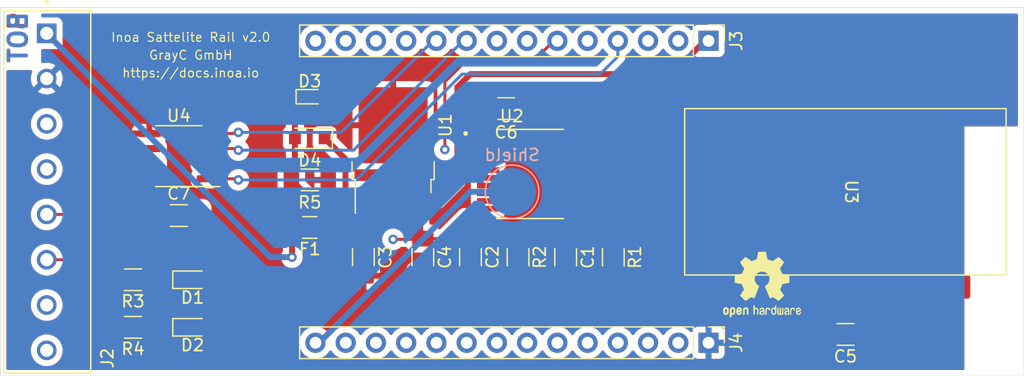
<source format=kicad_pcb>
(kicad_pcb (version 20211014) (generator pcbnew)
  (title_block (date "2021-12-14") (rev "2.0") (company "GrayC GmbH") (comment 1 "PCB 86mmx13mm"))
  (layers (0 "F.Cu" signal) (31 "B.Cu" signal) (34 "B.Paste" user) (35 "F.Paste" user) (36 "B.SilkS" user "B.Silkscreen") (37 "F.SilkS" user "F.Silkscreen") (38 "B.Mask" user) (39 "F.Mask" user) (44 "Edge.Cuts" user))
  (net 0 "")
  (net 1 "GND")
  (net 2 "Net-(C3-Pad1)")
  (net 3 "+3V3")
  (net 4 "Net-(D1-Pad1)")
  (net 5 "VCC")
  (net 6 "GNDPWR")
  (net 7 "Net-(D3-Pad1)")
  (net 8 "Net-(D2-Pad1)")
  (net 13 "SW0")
  (net 14 "SW1")
  (net 15 "RS485_0_B")
  (net 16 "RS485_0_A")
  (net 17 "RS485_0_TX")
  (net 18 "RS485_0_TXE")
  (net 19 "RS485_0_RX")
  (net 20 "S0_0")
  (net 21 "WMBus_ANT")
  (net 22 "WMBus_UTXD")
  (net 23 "S0_1")
  (net 24 "RS485_1_B")
  (net 25 "RS485_1_A")
  (net 26 "RS485_1_RX")
  (net 27 "RS485_1_TX")
  (net 28 "RS485_1_TXE")
  (net 29 "I2C_SDA")
  (net 30 "I2C_SCL")
  (net 32 "S0_INT")
  (net 48 "WMBus_URXD")
  (net 49 "WMBus_RTS")
  (footprint "Capacitor_SMD:C_1206_3216Metric_Pad1.33x1.80mm_HandSolder" (layer "F.Cu") (at 130.5 101 -90)
    (fp_text reference "C3" (at 0 -1.85 90) (layer "F.SilkS"))
    (fp_text value "100nF / 35V")
    (pad "1" smd roundrect locked (at -1.5625 0 270) (size 1.325 1.8) (layers "F.Cu" "F.Paste" "F.Mask") (roundrect_rratio 0.188679) (net 2 "Net-(C3-Pad1)"))
    (pad "2" smd roundrect locked (at 1.5625 0 270) (size 1.325 1.8) (layers "F.Cu" "F.Paste" "F.Mask") (roundrect_rratio 0.188679) (net 1 "GND"))
  )
  (footprint "Capacitor_SMD:C_1206_3216Metric_Pad1.33x1.80mm_HandSolder" (layer "F.Cu") (at 135.5 101 -90)
    (fp_text reference "C4" (at 0 -1.85 90) (layer "F.SilkS"))
    (fp_text value "100nF")
    (pad "1" smd roundrect locked (at -1.5625 0 270) (size 1.325 1.8) (layers "F.Cu" "F.Paste" "F.Mask") (roundrect_rratio 0.188679) (net 3 "+3V3"))
    (pad "2" smd roundrect locked (at 1.5625 0 270) (size 1.325 1.8) (layers "F.Cu" "F.Paste" "F.Mask") (roundrect_rratio 0.188679) (net 1 "GND"))
  )
  (footprint "Fuse:Fuse_1206_3216Metric_Pad1.42x1.75mm_HandSolder" (layer "F.Cu") (at 126 98.5 180)
    (fp_text reference "F1" (at 0 -1.82) (layer "F.SilkS"))
    (fp_text value "25V/1A")
    (pad "1" smd roundrect locked (at -1.4875 0 180) (size 1.425 1.75) (layers "F.Cu" "F.Paste" "F.Mask") (roundrect_rratio 0.175439) (net 7 "Net-(D3-Pad1)"))
    (pad "2" smd roundrect locked (at 1.4875 0 180) (size 1.425 1.75) (layers "F.Cu" "F.Paste" "F.Mask") (roundrect_rratio 0.175439) (net 5 "VCC"))
  )
  (footprint "Resistor_SMD:R_1206_3216Metric_Pad1.30x1.75mm_HandSolder" (layer "F.Cu") (at 126 94.5)
    (fp_text reference "R5" (at 0 1.9) (layer "F.SilkS"))
    (fp_text value "10k")
    (pad "1" smd roundrect locked (at -1.55 0) (size 1.3 1.75) (layers "F.Cu" "F.Paste" "F.Mask") (roundrect_rratio 0.192308) (net 7 "Net-(D3-Pad1)"))
    (pad "2" smd roundrect locked (at 1.55 0) (size 1.3 1.75) (layers "F.Cu" "F.Paste" "F.Mask") (roundrect_rratio 0.192308) (net 1 "GND"))
  )
  (footprint "Package_TO_SOT_SMD:TO-252-3_TabPin2" (layer "F.Cu") (at 133 92 90)
    (fp_text reference "U1" (at 2.1 4.4 90) (layer "F.SilkS"))
    (fp_text value "BA033CC0FP-E2")
    (pad "1" smd rect locked (at -4.2 -2.28 90) (size 2.2 1.2) (layers "F.Cu" "F.Paste" "F.Mask") (net 2 "Net-(C3-Pad1)"))
    (pad "2" smd rect locked (at 2.1 0 90) (size 6.4 5.8) (layers "F.Cu" "F.Mask") (net 1 "GND"))
    (pad "2" smd rect locked (at -4.2 0 90) (size 2.2 1.2) (layers "F.Cu" "F.Paste" "F.Mask") (net 1 "GND"))
    (pad "3" smd rect locked (at -4.2 2.28 90) (size 2.2 1.2) (layers "F.Cu" "F.Paste" "F.Mask") (net 3 "+3V3"))
  )
  (footprint "footprints:PHOENIX_1727078" (layer "F.Cu") (at 103.9 95.5 -90)
    (fp_text reference "J2" (at 14 -5.1 90) (layer "F.SilkS"))
    (fp_text value "South")
    (pad "1" thru_hole rect locked (at -13.335 0 270) (size 1.65 1.65) (drill 1.1) (layers *.Cu *.Mask) (net 5 "VCC"))
    (pad "2" thru_hole circle locked (at -9.525 0 270) (size 1.65 1.65) (drill 1.1) (layers *.Cu *.Mask) (net 1 "GND"))
    (pad "3" thru_hole circle locked (at -5.715 0 270) (size 1.65 1.65) (drill 1.1) (layers *.Cu *.Mask) (net 6 "GNDPWR"))
    (pad "4" thru_hole circle locked (at -1.905 0 270) (size 1.65 1.65) (drill 1.1) (layers *.Cu *.Mask) (net 6 "GNDPWR"))
    (pad "5" thru_hole circle locked (at 1.905 0 270) (size 1.65 1.65) (drill 1.1) (layers *.Cu *.Mask) (net 16 "RS485_0_A"))
    (pad "6" thru_hole circle locked (at 5.715 0 270) (size 1.65 1.65) (drill 1.1) (layers *.Cu *.Mask) (net 15 "RS485_0_B"))
    (pad "7" thru_hole circle locked (at 9.525 0 270) (size 1.65 1.65) (drill 1.1) (layers *.Cu *.Mask) (net 25 "RS485_1_A"))
    (pad "8" thru_hole circle locked (at 13.335 0 270) (size 1.65 1.65) (drill 1.1) (layers *.Cu *.Mask) (net 24 "RS485_1_B"))
  )
  (footprint "Connector_PinHeader_2.54mm:PinHeader_1x14_P2.54mm_Vertical" (layer "F.Cu") (at 159.5 82.8 -90)
    (fp_text reference "J3" (at 0 -2.33 90) (layer "F.SilkS"))
    (fp_text value "West")
    (pad "1" thru_hole rect locked (at 0 0 270) (size 1.7 1.7) (drill 1) (layers *.Cu *.Mask) (net 3 "+3V3"))
    (pad "2" thru_hole oval locked (at 0 2.54 270) (size 1.7 1.7) (drill 1) (layers *.Cu *.Mask))
    (pad "3" thru_hole oval locked (at 0 5.08 270) (size 1.7 1.7) (drill 1) (layers *.Cu *.Mask) (net 32 "S0_INT"))
    (pad "4" thru_hole oval locked (at 0 7.62 270) (size 1.7 1.7) (drill 1) (layers *.Cu *.Mask) (net 19 "RS485_0_RX"))
    (pad "5" thru_hole oval locked (at 0 10.16 270) (size 1.7 1.7) (drill 1) (layers *.Cu *.Mask))
    (pad "6" thru_hole oval locked (at 0 12.7 270) (size 1.7 1.7) (drill 1) (layers *.Cu *.Mask) (net 26 "RS485_1_RX"))
    (pad "7" thru_hole oval locked (at 0 15.24 270) (size 1.7 1.7) (drill 1) (layers *.Cu *.Mask))
    (pad "8" thru_hole oval locked (at 0 17.78 270) (size 1.7 1.7) (drill 1) (layers *.Cu *.Mask))
    (pad "9" thru_hole oval locked (at 0 20.32 270) (size 1.7 1.7) (drill 1) (layers *.Cu *.Mask) (net 18 "RS485_0_TXE"))
    (pad "10" thru_hole oval locked (at 0 22.86 270) (size 1.7 1.7) (drill 1) (layers *.Cu *.Mask) (net 17 "RS485_0_TX"))
    (pad "11" thru_hole oval locked (at 0 25.4 270) (size 1.7 1.7) (drill 1) (layers *.Cu *.Mask))
    (pad "12" thru_hole oval locked (at 0 27.94 270) (size 1.7 1.7) (drill 1) (layers *.Cu *.Mask))
    (pad "13" thru_hole oval locked (at 0 30.48 270) (size 1.7 1.7) (drill 1) (layers *.Cu *.Mask))
    (pad "14" thru_hole oval locked (at 0 33.02 270) (size 1.7 1.7) (drill 1) (layers *.Cu *.Mask))
  )
  (footprint "Connector_PinHeader_2.54mm:PinHeader_1x14_P2.54mm_Vertical" (layer "F.Cu") (at 159.5 108.2 -90)
    (fp_text reference "J4" (at 0 -2.33 90) (layer "F.SilkS"))
    (fp_text value "East")
    (pad "1" thru_hole rect locked (at 0 0 270) (size 1.7 1.7) (drill 1) (layers *.Cu *.Mask) (net 1 "GND"))
    (pad "2" thru_hole oval locked (at 0 2.54 270) (size 1.7 1.7) (drill 1) (layers *.Cu *.Mask))
    (pad "3" thru_hole oval locked (at 0 5.08 270) (size 1.7 1.7) (drill 1) (layers *.Cu *.Mask) (net 30 "I2C_SCL"))
    (pad "4" thru_hole oval locked (at 0 7.62 270) (size 1.7 1.7) (drill 1) (layers *.Cu *.Mask))
    (pad "5" thru_hole oval locked (at 0 10.16 270) (size 1.7 1.7) (drill 1) (layers *.Cu *.Mask))
    (pad "6" thru_hole oval locked (at 0 12.7 270) (size 1.7 1.7) (drill 1) (layers *.Cu *.Mask) (net 29 "I2C_SDA"))
    (pad "7" thru_hole oval locked (at 0 15.24 270) (size 1.7 1.7) (drill 1) (layers *.Cu *.Mask))
    (pad "8" thru_hole oval locked (at 0 17.78 270) (size 1.7 1.7) (drill 1) (layers *.Cu *.Mask))
    (pad "9" thru_hole oval locked (at 0 20.32 270) (size 1.7 1.7) (drill 1) (layers *.Cu *.Mask))
    (pad "10" thru_hole oval locked (at 0 22.86 270) (size 1.7 1.7) (drill 1) (layers *.Cu *.Mask))
    (pad "11" thru_hole oval locked (at 0 25.4 270) (size 1.7 1.7) (drill 1) (layers *.Cu *.Mask))
    (pad "12" thru_hole oval locked (at 0 27.94 270) (size 1.7 1.7) (drill 1) (layers *.Cu *.Mask) (net 28 "RS485_1_TXE"))
    (pad "13" thru_hole oval locked (at 0 30.48 270) (size 1.7 1.7) (drill 1) (layers *.Cu *.Mask) (net 27 "RS485_1_TX"))
    (pad "14" thru_hole oval locked (at 0 33.02 270) (size 1.7 1.7) (drill 1) (layers *.Cu *.Mask) (net 6 "GNDPWR"))
  )
  (footprint "Package_SO:SOIC-8_3.9x4.9mm_P1.27mm" (layer "F.Cu") (at 115 92.5 180)
    (fp_text reference "U4" (at 0 3.4 180) (layer "F.SilkS"))
    (fp_text value "MAX3486")
    (pad "1" smd roundrect locked (at -2.475 -1.905 180) (size 1.95 0.6) (layers "F.Cu" "F.Paste" "F.Mask") (net 19 "RS485_0_RX"))
    (pad "2" smd roundrect locked (at -2.475 -0.635 180) (size 1.95 0.6) (layers "F.Cu" "F.Paste" "F.Mask") (net 18 "RS485_0_TXE"))
    (pad "3" smd roundrect locked (at -2.475 0.635 180) (size 1.95 0.6) (layers "F.Cu" "F.Paste" "F.Mask") (net 18 "RS485_0_TXE"))
    (pad "4" smd roundrect locked (at -2.475 1.905 180) (size 1.95 0.6) (layers "F.Cu" "F.Paste" "F.Mask") (net 17 "RS485_0_TX"))
    (pad "5" smd roundrect locked (at 2.475 1.905 180) (size 1.95 0.6) (layers "F.Cu" "F.Paste" "F.Mask") (net 1 "GND"))
    (pad "6" smd roundrect locked (at 2.475 0.635 180) (size 1.95 0.6) (layers "F.Cu" "F.Paste" "F.Mask") (net 16 "RS485_0_A"))
    (pad "7" smd roundrect locked (at 2.475 -0.635 180) (size 1.95 0.6) (layers "F.Cu" "F.Paste" "F.Mask") (net 15 "RS485_0_B"))
    (pad "8" smd roundrect locked (at 2.475 -1.905 180) (size 1.95 0.6) (layers "F.Cu" "F.Paste" "F.Mask") (net 3 "+3V3"))
  )
  (footprint "Capacitor_SMD:C_1206_3216Metric_Pad1.33x1.80mm_HandSolder" (layer "F.Cu") (at 147.5 101 -90)
    (fp_text reference "C1" (at 0 -1.85 90) (layer "F.SilkS"))
    (fp_text value "100nF")
    (pad "1" smd roundrect locked (at -1.5625 0 270) (size 1.325 1.8) (layers "F.Cu" "F.Paste" "F.Mask") (roundrect_rratio 0.188679) (net 20 "S0_0"))
    (pad "2" smd roundrect locked (at 1.5625 0 270) (size 1.325 1.8) (layers "F.Cu" "F.Paste" "F.Mask") (roundrect_rratio 0.188679) (net 1 "GND"))
  )
  (footprint "Capacitor_SMD:C_1206_3216Metric_Pad1.33x1.80mm_HandSolder" (layer "F.Cu") (at 139.5 101 -90)
    (fp_text reference "C2" (at 0 -1.85 90) (layer "F.SilkS"))
    (fp_text value "100nF")
    (pad "1" smd roundrect locked (at -1.5625 0 270) (size 1.325 1.8) (layers "F.Cu" "F.Paste" "F.Mask") (roundrect_rratio 0.188679) (net 23 "S0_1"))
    (pad "2" smd roundrect locked (at 1.5625 0 270) (size 1.325 1.8) (layers "F.Cu" "F.Paste" "F.Mask") (roundrect_rratio 0.188679) (net 1 "GND"))
  )
  (footprint "Diode_SMD:D_0603_1608Metric_Pad1.05x0.95mm_HandSolder" (layer "F.Cu") (at 116.15 102.9)
    (fp_text reference "D1" (at 0 1.5) (layer "F.SilkS"))
    (fp_text value "D_TVS")
    (pad "1" smd roundrect locked (at -0.875 0) (size 1.05 0.95) (layers "F.Cu" "F.Paste" "F.Mask") (net 4 "Net-(D1-Pad1)"))
    (pad "2" smd roundrect locked (at 0.875 0) (size 1.05 0.95) (layers "F.Cu" "F.Paste" "F.Mask") (net 1 "GND"))
  )
  (footprint "Diode_SMD:D_0603_1608Metric_Pad1.05x0.95mm_HandSolder" (layer "F.Cu") (at 116.15 106.9)
    (fp_text reference "D2" (at 0 1.5) (layer "F.SilkS"))
    (fp_text value "D_TVS")
    (pad "1" smd roundrect locked (at -0.875 0) (size 1.05 0.95) (layers "F.Cu" "F.Paste" "F.Mask") (net 8 "Net-(D2-Pad1)"))
    (pad "2" smd roundrect locked (at 0.875 0) (size 1.05 0.95) (layers "F.Cu" "F.Paste" "F.Mask") (net 1 "GND"))
  )
  (footprint "Resistor_SMD:R_1206_3216Metric_Pad1.30x1.75mm_HandSolder" (layer "F.Cu") (at 151.5 101 -90)
    (fp_text reference "R1" (at 0 -1.82 90) (layer "F.SilkS"))
    (fp_text value "10k")
    (pad "1" smd roundrect locked (at -1.55 0 270) (size 1.3 1.75) (layers "F.Cu" "F.Paste" "F.Mask") (roundrect_rratio 0.192308) (net 20 "S0_0"))
    (pad "2" smd roundrect locked (at 1.55 0 270) (size 1.3 1.75) (layers "F.Cu" "F.Paste" "F.Mask") (roundrect_rratio 0.192308) (net 3 "+3V3"))
  )
  (footprint "Resistor_SMD:R_1206_3216Metric_Pad1.30x1.75mm_HandSolder" (layer "F.Cu") (at 143.5 101 -90)
    (fp_text reference "R2" (at 0 -1.82 90) (layer "F.SilkS"))
    (fp_text value "10k")
    (pad "1" smd roundrect locked (at -1.55 0 270) (size 1.3 1.75) (layers "F.Cu" "F.Paste" "F.Mask") (roundrect_rratio 0.192308) (net 23 "S0_1"))
    (pad "2" smd roundrect locked (at 1.55 0 270) (size 1.3 1.75) (layers "F.Cu" "F.Paste" "F.Mask") (roundrect_rratio 0.192308) (net 3 "+3V3"))
  )
  (footprint "Resistor_SMD:R_1206_3216Metric_Pad1.30x1.75mm_HandSolder" (layer "F.Cu") (at 111.15 102.9 180)
    (fp_text reference "R3" (at 0 -1.82) (layer "F.SilkS"))
    (fp_text value "220R")
    (pad "1" smd roundrect locked (at -1.55 0 180) (size 1.3 1.75) (layers "F.Cu" "F.Paste" "F.Mask") (roundrect_rratio 0.192308) (net 4 "Net-(D1-Pad1)"))
    (pad "2" smd roundrect locked (at 1.55 0 180) (size 1.3 1.75) (layers "F.Cu" "F.Paste" "F.Mask") (roundrect_rratio 0.192308) (net 20 "S0_0"))
  )
  (footprint "Resistor_SMD:R_1206_3216Metric_Pad1.30x1.75mm_HandSolder" (layer "F.Cu") (at 111.15 106.9 180)
    (fp_text reference "R4" (at 0 -1.82) (layer "F.SilkS"))
    (fp_text value "220R")
    (pad "1" smd roundrect locked (at -1.55 0 180) (size 1.3 1.75) (layers "F.Cu" "F.Paste" "F.Mask") (roundrect_rratio 0.192308) (net 8 "Net-(D2-Pad1)"))
    (pad "2" smd roundrect locked (at 1.55 0 180) (size 1.3 1.75) (layers "F.Cu" "F.Paste" "F.Mask") (roundrect_rratio 0.192308) (net 23 "S0_1"))
  )
  (footprint "Capacitor_SMD:C_1206_3216Metric_Pad1.33x1.80mm_HandSolder" (layer "F.Cu") (at 142.5 88.5)
    (fp_text reference "C6" (at 0 2) (layer "F.SilkS"))
    (fp_text value "100nF")
    (pad "1" smd roundrect locked (at -1.5625 0) (size 1.325 1.8) (layers "F.Cu" "F.Paste" "F.Mask") (roundrect_rratio 0.188679) (net 3 "+3V3"))
    (pad "2" smd roundrect locked (at 1.5625 0) (size 1.325 1.8) (layers "F.Cu" "F.Paste" "F.Mask") (roundrect_rratio 0.188679) (net 1 "GND"))
  )
  (footprint "Diode_SMD:D_SOD-523" (layer "F.Cu") (at 126 87.5)
    (fp_text reference "D3" (at 0 -1.3) (layer "F.SilkS"))
    (fp_text value "25V")
    (pad "1" smd rect locked (at -0.7 0 180) (size 0.6 0.7) (layers "F.Cu" "F.Paste" "F.Mask") (net 7 "Net-(D3-Pad1)"))
    (pad "2" smd rect locked (at 0.7 0 180) (size 0.6 0.7) (layers "F.Cu" "F.Paste" "F.Mask") (net 1 "GND"))
  )
  (footprint "footprints:SOP65P780X200-20N" (layer "F.Cu") (at 144.5 94)
    (fp_text reference "U2" (at -1.525 -4.862) (layer "F.SilkS"))
    (fp_text value "MCP23009-E_SS")
    (pad "1" smd roundrect locked (at -3.505 -2.925) (size 1.9 0.48) (layers "F.Cu" "F.Paste" "F.Mask") (roundrect_rratio 0.06) (net 3 "+3V3"))
    (pad "2" smd roundrect locked (at -3.505 -2.275) (size 1.9 0.48) (layers "F.Cu" "F.Paste" "F.Mask") (roundrect_rratio 0.06))
    (pad "3" smd roundrect locked (at -3.505 -1.625) (size 1.9 0.48) (layers "F.Cu" "F.Paste" "F.Mask") (roundrect_rratio 0.06) (net 30 "I2C_SCL"))
    (pad "4" smd roundrect locked (at -3.505 -0.975) (size 1.9 0.48) (layers "F.Cu" "F.Paste" "F.Mask") (roundrect_rratio 0.06) (net 29 "I2C_SDA"))
    (pad "5" smd roundrect locked (at -3.505 -0.325) (size 1.9 0.48) (layers "F.Cu" "F.Paste" "F.Mask") (roundrect_rratio 0.06) (net 1 "GND"))
    (pad "6" smd roundrect locked (at -3.505 0.325) (size 1.9 0.48) (layers "F.Cu" "F.Paste" "F.Mask") (roundrect_rratio 0.06) (net 3 "+3V3"))
    (pad "7" smd roundrect locked (at -3.505 0.975) (size 1.9 0.48) (layers "F.Cu" "F.Paste" "F.Mask") (roundrect_rratio 0.06) (net 32 "S0_INT"))
    (pad "8" smd roundrect locked (at -3.505 1.625) (size 1.9 0.48) (layers "F.Cu" "F.Paste" "F.Mask") (roundrect_rratio 0.06) (net 20 "S0_0"))
    (pad "9" smd roundrect locked (at -3.505 2.275) (size 1.9 0.48) (layers "F.Cu" "F.Paste" "F.Mask") (roundrect_rratio 0.06) (net 23 "S0_1"))
    (pad "10" smd roundrect locked (at -3.505 2.925) (size 1.9 0.48) (layers "F.Cu" "F.Paste" "F.Mask") (roundrect_rratio 0.06))
    (pad "11" smd roundrect locked (at 3.505 2.925) (size 1.9 0.48) (layers "F.Cu" "F.Paste" "F.Mask") (roundrect_rratio 0.06))
    (pad "12" smd roundrect locked (at 3.505 2.275) (size 1.9 0.48) (layers "F.Cu" "F.Paste" "F.Mask") (roundrect_rratio 0.06) (net 14 "SW1"))
    (pad "13" smd roundrect locked (at 3.505 1.625) (size 1.9 0.48) (layers "F.Cu" "F.Paste" "F.Mask") (roundrect_rratio 0.06) (net 13 "SW0"))
    (pad "14" smd roundrect locked (at 3.505 0.975) (size 1.9 0.48) (layers "F.Cu" "F.Paste" "F.Mask") (roundrect_rratio 0.06))
    (pad "15" smd roundrect locked (at 3.505 0.325) (size 1.9 0.48) (layers "F.Cu" "F.Paste" "F.Mask") (roundrect_rratio 0.06))
    (pad "16" smd roundrect locked (at 3.505 -0.325) (size 1.9 0.48) (layers "F.Cu" "F.Paste" "F.Mask") (roundrect_rratio 0.06))
    (pad "17" smd roundrect locked (at 3.505 -0.975) (size 1.9 0.48) (layers "F.Cu" "F.Paste" "F.Mask") (roundrect_rratio 0.06))
    (pad "18" smd roundrect locked (at 3.505 -1.625) (size 1.9 0.48) (layers "F.Cu" "F.Paste" "F.Mask") (roundrect_rratio 0.06))
    (pad "19" smd roundrect locked (at 3.505 -2.275) (size 1.9 0.48) (layers "F.Cu" "F.Paste" "F.Mask") (roundrect_rratio 0.06))
    (pad "20" smd roundrect locked (at 3.505 -2.925) (size 1.9 0.48) (layers "F.Cu" "F.Paste" "F.Mask") (roundrect_rratio 0.06) (net 1 "GND"))
  )
  (footprint "Symbol:OSHW-Logo2_7.3x6mm_SilkScreen" (layer "F.Cu") (at 164 103.3)
    (fp_text reference "G1" hide)
    (fp_text value "Logo_Open_Hardware_Small" hide)
  )
  (footprint "wmbus:WIRL-WMB8" (layer "F.Cu") (at 171 95.5 -90)
    (fp_text reference "U3" (at 0 -0.5 -90 unlocked) (layer "F.SilkS"))
    (fp_text value "WIRL-WMB8")
    (pad "1" smd roundrect (at -8 -12 270) (size 2 1) (layers "F.Cu" "F.Paste" "F.Mask") (net 21 "WMBus_ANT"))
    (pad "2" smd roundrect (at -8 -10 270) (size 2 1) (layers "F.Cu" "F.Paste" "F.Mask") (net 1 "GND"))
    (pad "3" smd roundrect (at -8 -8 270) (size 2 1) (layers "F.Cu" "F.Paste" "F.Mask") (net 3 "+3V3"))
    (pad "4" smd roundrect (at -8 -6 270) (size 2 1) (layers "F.Cu" "F.Paste" "F.Mask") (net 22 "WMBus_UTXD"))
    (pad "5" smd roundrect (at -8 -4 270) (size 2 1) (layers "F.Cu" "F.Paste" "F.Mask") (net 48 "WMBus_URXD"))
    (pad "6" smd roundrect (at -8 -2 270) (size 2 1) (layers "F.Cu" "F.Paste" "F.Mask") (net 49 "WMBus_RTS"))
    (pad "7" smd roundrect (at -8 2 270) (size 2 1) (layers "F.Cu" "F.Paste" "F.Mask") (net 1 "GND"))
    (pad "8" smd roundrect (at -8 4 270) (size 2 1) (layers "F.Cu" "F.Paste" "F.Mask"))
    (pad "9" smd roundrect (at -8 6 270) (size 2 1) (layers "F.Cu" "F.Paste" "F.Mask"))
    (pad "10" smd roundrect (at -8 8 270) (size 2 1) (layers "F.Cu" "F.Paste" "F.Mask"))
    (pad "11" smd roundrect (at -8 10 270) (size 2 1) (layers "F.Cu" "F.Paste" "F.Mask"))
    (pad "12" smd roundrect (at -8 12 270) (size 2 1) (layers "F.Cu" "F.Paste" "F.Mask"))
    (pad "13" smd roundrect (at 8 12 270) (size 2 1) (layers "F.Cu" "F.Paste" "F.Mask"))
    (pad "14" smd roundrect (at 8 10 270) (size 2 1) (layers "F.Cu" "F.Paste" "F.Mask"))
    (pad "15" smd roundrect (at 8 8 270) (size 2 1) (layers "F.Cu" "F.Paste" "F.Mask"))
    (pad "16" smd roundrect (at 8 6 270) (size 2 1) (layers "F.Cu" "F.Paste" "F.Mask"))
    (pad "17" smd roundrect (at 8 4 270) (size 2 1) (layers "F.Cu" "F.Paste" "F.Mask"))
    (pad "18" smd roundrect (at 8 2 270) (size 2 1) (layers "F.Cu" "F.Paste" "F.Mask"))
    (pad "19" smd roundrect (at 8 -2 270) (size 2 1) (layers "F.Cu" "F.Paste" "F.Mask") (net 3 "+3V3"))
    (pad "20" smd roundrect (at 8 -4 270) (size 2 1) (layers "F.Cu" "F.Paste" "F.Mask"))
    (pad "21" smd roundrect (at 8 -6 270) (size 2 1) (layers "F.Cu" "F.Paste" "F.Mask"))
    (pad "22" smd roundrect (at 8 -8 270) (size 2 1) (layers "F.Cu" "F.Paste" "F.Mask"))
    (pad "23" smd roundrect (at 8 -10 270) (size 2 1) (layers "F.Cu" "F.Paste" "F.Mask") (net 1 "GND"))
  )
  (footprint "Capacitor_SMD:C_1206_3216Metric_Pad1.33x1.80mm_HandSolder" (layer "F.Cu") (at 171 107.5 180)
    (fp_text reference "C5" (at 0 -1.85) (layer "F.SilkS"))
    (fp_text value "100uF")
    (pad "1" smd roundrect (at -1.5625 0 180) (size 1.325 1.8) (layers "F.Cu" "F.Paste" "F.Mask") (roundrect_rratio 0.188679) (net 3 "+3V3"))
    (pad "2" smd roundrect (at 1.5625 0 180) (size 1.325 1.8) (layers "F.Cu" "F.Paste" "F.Mask") (roundrect_rratio 0.188679) (net 1 "GND"))
  )
  (footprint "Diode_SMD:D_SOD-323_HandSoldering" (layer "F.Cu") (at 126 91 180)
    (fp_text reference "D4" (at 0 -1.85) (layer "F.SilkS"))
    (fp_text value "1N5819")
    (pad "1" smd rect (at -1.25 0 180) (size 1 1) (layers "F.Cu" "F.Paste" "F.Mask") (net 2 "Net-(C3-Pad1)"))
    (pad "2" smd rect (at 1.25 0 180) (size 1 1) (layers "F.Cu" "F.Paste" "F.Mask") (net 7 "Net-(D3-Pad1)"))
  )
  (footprint "Capacitor_SMD:C_1206_3216Metric_Pad1.33x1.80mm_HandSolder" (layer "F.Cu") (at 115 97.5)
    (fp_text reference "C7" (at 0 -1.85) (layer "F.SilkS"))
    (fp_text value "100nF")
    (pad "1" smd roundrect (at -1.5625 0) (size 1.325 1.8) (layers "F.Cu" "F.Paste" "F.Mask") (roundrect_rratio 0.188679) (net 3 "+3V3"))
    (pad "2" smd roundrect (at 1.5625 0) (size 1.325 1.8) (layers "F.Cu" "F.Paste" "F.Mask") (roundrect_rratio 0.188679) (net 1 "GND"))
  )
  (footprint "TestPoint:TestPoint_Pad_D4.0mm" (layer "B.Cu") (at 143 95.5)
    (fp_text reference "TP1" hide)
    (fp_text value "Shield" (at 0 -3.1) (layer "B.SilkS") (effects (justify mirror)))
    (pad "1" smd circle locked (at 0 0) (size 4 4) (layers "B.Cu" "B.Mask") (net 6 "GNDPWR"))
  )
  (footprint "images:grayc-logo-negative" (layer "B.Cu") (at 116 84 180)
    (fp_text reference "G2" hide)
    (fp_text value "LOGO" hide)
  )
  (gr_line (start 100 111) (end 100 80) (layer "Edge.Cuts") (width 0.05))
  (gr_line (start 186 111) (end 100 111) (layer "Edge.Cuts") (width 0.05))
  (gr_line (start 100 80) (end 186 80) (layer "Edge.Cuts") (width 0.05))
  (gr_line (start 186 80) (end 186 111) (layer "Edge.Cuts") (width 0.05))
  (gr_text "SR-EM-020" (at 168 82.5) (layer "F.Cu") (effects (font (size 1 1))))
  (gr_text "TOP" (at 101.5 82.5 90) (layer "F.Cu") (effects (font (size 1.5 1.5) (thickness 0.3))))
  (gr_text "BOT" (at 101.5 82.5 90) (layer "B.Cu") (effects (font (size 1.5 1.5) (thickness 0.3)) (justify mirror)))
  (gr_text "GrayC GmbH" (at 116 84) (layer "F.SilkS") (effects (font (size 0.75 0.75) (thickness 0.1))))
  (gr_text "https://docs.inoa.io" (at 116 85.5) (layer "F.SilkS") (effects (font (size 0.75 0.75) (thickness 0.1))))
  (gr_text "Inoa Sattelite Rail v2.0" (at 116 82.5) (layer "F.SilkS") (effects (font (size 0.75 0.75) (thickness 0.1))))
  (segment (start 129.6 96.2) (end 130.72 96.2) (width 0.5) (layer "F.Cu") (net 2))
  (segment (start 130.72 96.2) (end 130.72 99.2175) (width 0.5) (layer "F.Cu") (net 2))
  (segment (start 129 95.6) (end 129.6 96.2) (width 0.5) (layer "F.Cu") (net 2))
  (segment (start 129 92.75) (end 129 95.6) (width 0.5) (layer "F.Cu") (net 2))
  (segment (start 127.25 91) (end 129 92.75) (width 0.5) (layer "F.Cu") (net 2))
  (segment (start 130.72 99.2175) (end 130.5 99.4375) (width 0.5) (layer "F.Cu") (net 2))
  (segment (start 130.845 99.2925) (end 130.7 99.4375) (width 0.25) (layer "F.Cu") (net 2))
  (segment (start 137.0625 99.4375) (end 139 97.5) (width 0.25) (layer "F.Cu") (net 3))
  (segment (start 179 96.1) (end 173 102.1) (width 0.25) (layer "F.Cu") (net 3))
  (segment (start 156.4 85.6) (end 159.5 82.5) (width 0.5) (layer "F.Cu") (net 3))
  (segment (start 135.28 96.2) (end 135.28 99.2175) (width 0.5) (layer "F.Cu") (net 3))
  (segment (start 135.28 99.2175) (end 135.5 99.4375) (width 0.5) (layer "F.Cu") (net 3))
  (segment (start 173 102.1) (end 173 103.5) (width 0.25) (layer "F.Cu") (net 3))
  (segment (start 179 87.5) (end 179 96.1) (width 0.25) (layer "F.Cu") (net 3))
  (segment (start 173 107.0625) (end 172.5625 107.5) (width 0.25) (layer "F.Cu") (net 3))
  (segment (start 133 99.5) (end 135.4375 99.5) (width 0.25) (layer "F.Cu") (net 3))
  (segment (start 138.4 86.7) (end 139.5 85.6) (width 0.5) (layer "F.Cu") (net 3))
  (segment (start 173 103.5) (end 173 107.0625) (width 0.25) (layer "F.Cu") (net 3))
  (segment (start 135.405 99.3425) (end 135.5 99.4375) (width 0.25) (layer "F.Cu") (net 3))
  (segment (start 135.28 96.2) (end 136.7 96.2) (width 0.5) (layer "F.Cu") (net 3))
  (segment (start 138.4 94.5) (end 138.4 86.7) (width 0.5) (layer "F.Cu") (net 3))
  (segment (start 137.0375 99.4375) (end 137.0625 99.4375) (width 0.25) (layer "F.Cu") (net 3))
  (segment (start 135.4375 99.5) (end 135.5 99.4375) (width 0.25) (layer "F.Cu") (net 3))
  (segment (start 112.525 94.405) (end 112.525 95.225) (width 0.25) (layer "F.Cu") (net 3))
  (segment (start 113.4375 96.1375) (end 113.4375 97.5) (width 0.25) (layer "F.Cu") (net 3))
  (segment (start 139.5 85.6) (end 156.4 85.6) (width 0.5) (layer "F.Cu") (net 3))
  (segment (start 136.7 96.2) (end 138.4 94.5) (width 0.5) (layer "F.Cu") (net 3))
  (segment (start 112.525 95.225) (end 113.4375 96.1375) (width 0.25) (layer "F.Cu") (net 3))
  (segment (start 137.0375 99.4375) (end 135.5 99.4375) (width 0.25) (layer "F.Cu") (net 3))
  (via (at 133 99.5) (size 0.8) (drill 0.4) (layers "F.Cu" "B.Cu") (net 3))
  (segment (start 115.275 102.9) (end 112.7 102.9) (width 0.25) (layer "F.Cu") (net 4))
  (segment (start 124.5125 100.9875) (end 124.5 101) (width 0.5) (layer "F.Cu") (net 5))
  (segment (start 124.5125 98.5) (end 124.5125 100.9875) (width 0.5) (layer "F.Cu") (net 5))
  (via (at 124.5 101) (size 0.8) (drill 0.4) (layers "F.Cu" "B.Cu") (net 5))
  (segment (start 103.9 82.2) (end 122.7 101) (width 0.5) (layer "B.Cu") (net 5))
  (segment (start 103.9 82.165) (end 103.9 82.2) (width 0.5) (layer "B.Cu") (net 5))
  (segment (start 122.7 101) (end 124.5 101) (width 0.5) (layer "B.Cu") (net 5))
  (segment (start 126.48 108.5) (end 139.48 95.5) (width 0.5) (layer "B.Cu") (net 6))
  (segment (start 139.48 95.5) (end 143 95.5) (width 0.5) (layer "B.Cu") (net 6))
  (segment (start 124.45 94.2) (end 124.15 94.5) (width 0.25) (layer "F.Cu") (net 7))
  (segment (start 127.4875 97.5375) (end 124.45 94.5) (width 0.5) (layer "F.Cu") (net 7))
  (segment (start 124.75 91) (end 124.75 94.2) (width 0.5) (layer "F.Cu") (net 7))
  (segment (start 124.75 94.2) (end 124.45 94.5) (width 0.5) (layer "F.Cu") (net 7))
  (segment (start 124.75 91) (end 124.75 88.05) (width 0.5) (layer "F.Cu") (net 7))
  (segment (start 127.4875 98.5) (end 127.4875 97.5375) (width 0.5) (layer "F.Cu") (net 7))
  (segment (start 124.75 88.05) (end 125.3 87.5) (width 0.5) (layer "F.Cu") (net 7))
  (segment (start 115.275 106.9) (end 112.7 106.9) (width 0.25) (layer "F.Cu") (net 8))
  (segment (start 110 94) (end 110.865 93.135) (width 0.25) (layer "F.Cu") (net 15))
  (segment (start 107.985 101.215) (end 110 99.2) (width 0.25) (layer "F.Cu") (net 15))
  (segment (start 110 99.2) (end 110 94) (width 0.25) (layer "F.Cu") (net 15))
  (segment (start 103.9 101.215) (end 107.985 101.215) (width 0.25) (layer "F.Cu") (net 15))
  (segment (start 110.865 93.135) (end 112.525 93.135) (width 0.25) (layer "F.Cu") (net 15))
  (segment (start 103.9 97.405) (end 107.095 97.405) (width 0.25) (layer "F.Cu") (net 16))
  (segment (start 107.095 97.405) (end 109 95.5) (width 0.25) (layer "F.Cu") (net 16))
  (segment (start 109.935 91.865) (end 112.525 91.865) (width 0.25) (layer "F.Cu") (net 16))
  (segment (start 109 92.8) (end 109.935 91.865) (width 0.25) (layer "F.Cu") (net 16))
  (segment (start 109 95.5) (end 109 92.8) (width 0.25) (layer "F.Cu") (net 16))
  (segment (start 117.475 90.595) (end 119.905 90.595) (width 0.25) (layer "F.Cu") (net 17))
  (segment (start 119.905 90.595) (end 120 90.5) (width 0.25) (layer "F.Cu") (net 17))
  (via (at 120 90.5) (size 0.8) (drill 0.4) (layers "F.Cu" "B.Cu") (net 17))
  (segment (start 128.64 90.5) (end 136.64 82.5) (width 0.25) (layer "B.Cu") (net 17))
  (segment (start 120 90.5) (end 128.64 90.5) (width 0.25) (layer "B.Cu") (net 17))
  (segment (start 119.865 91.865) (end 120 92) (width 0.25) (layer "F.Cu") (net 18))
  (segment (start 117.475 91.865) (end 117.475 93.135) (width 0.25) (layer "F.Cu") (net 18))
  (segment (start 117.475 91.865) (end 119.865 91.865) (width 0.25) (layer "F.Cu") (net 18))
  (via (at 120 92) (size 0.8) (drill 0.4) (layers "F.Cu" "B.Cu") (net 18))
  (segment (start 129.68 92) (end 139.18 82.5) (width 0.25) (layer "B.Cu") (net 18))
  (segment (start 120 92) (end 129.68 92) (width 0.25) (layer "B.Cu") (net 18))
  (segment (start 119.905 94.405) (end 120 94.5) (width 0.25) (layer "F.Cu") (net 19))
  (segment (start 117.475 94.405) (end 119.905 94.405) (width 0.25) (layer "F.Cu") (net 19))
  (via (at 120 94.5) (size 0.8) (drill 0.4) (layers "F.Cu" "B.Cu") (net 19))
  (segment (start 150.4 85.6) (end 151.88 84.12) (width 0.25) (layer "B.Cu") (net 19))
  (segment (start 151.88 84.12) (end 151.88 82.5) (width 0.25) (layer "B.Cu") (net 19))
  (segment (start 120 94.5) (end 129.9 94.5) (width 0.25) (layer "B.Cu") (net 19))
  (segment (start 138.8 85.6) (end 150.4 85.6) (width 0.25) (layer "B.Cu") (net 19))
  (segment (start 129.9 94.5) (end 138.8 85.6) (width 0.25) (layer "B.Cu") (net 19))
  (segment (start 151.4875 99.4375) (end 151.5 99.45) (width 0.25) (layer "F.Cu") (net 20))
  (segment (start 143.4875 99.4375) (end 143.5 99.45) (width 0.25) (layer "F.Cu") (net 23))
  (segment (start 139.1 84.5) (end 144.8 84.5) (width 0.25) (layer "F.Cu") (net 26))
  (segment (start 137.35 86.25) (end 139.1 84.5) (width 0.25) (layer "F.Cu") (net 26))
  (segment (start 144.8 84.5) (end 146.8 82.5) (width 0.25) (layer "F.Cu") (net 26))
  (segment (start 137.35 91.95) (end 137.35 86.25) (width 0.25) (layer "F.Cu") (net 26))
  (via (at 137.35 91.95) (size 0.8) (drill 0.4) (layers "F.Cu" "B.Cu") (net 26))
  (zone (net 1) (net_name "GND") (layer "F.Cu") (connect_pads (clearance 0.508)) (min_thickness 0.254) (fill yes (thermal_gap 0.508) (thermal_bridge_width 0.508))
    (polygon (pts (xy 186 111) (xy 100 111) (xy 100 80) (xy 186 80)))
  )
  (zone (net 0) (net_name "") (layers F&B.Cu) (connect_pads (clearance 0)) (min_thickness 0.254)
    (keepout (tracks allowed) (vias not_allowed) (pads allowed) (copperpour not_allowed) (footprints allowed))
    (fill (thermal_gap 0.508) (thermal_bridge_width 0.508))
    (polygon (pts (xy 186 111) (xy 181 111) (xy 181 90) (xy 186 90)))
  )
  (zone (net 1) (net_name "GND") (layer "B.Cu") (connect_pads (clearance 0.508)) (min_thickness 0.254) (fill yes (thermal_gap 0.508) (thermal_bridge_width 0.508))
    (polygon (pts (xy 186 111) (xy 100 111) (xy 100 80) (xy 186 80)))
  )
)
</source>
